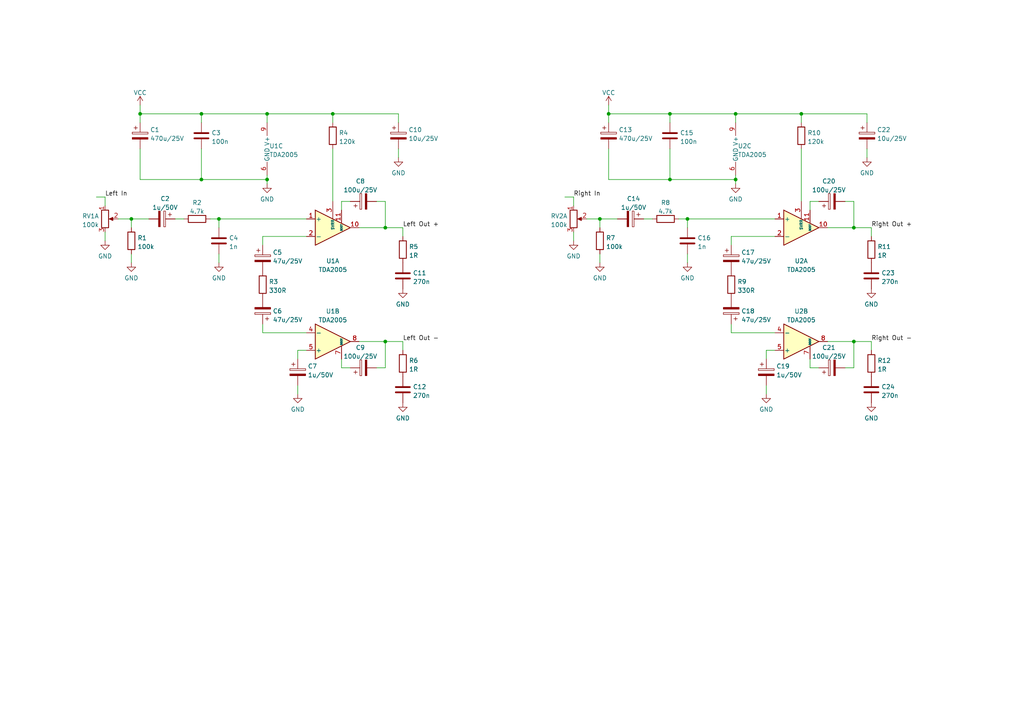
<source format=kicad_sch>
(kicad_sch (version 20231120) (generator "eeschema") (generator_version "8.0")
  (paper "A4")
  (lib_symbols
    (symbol "Amplifier_Audio:TDA2005" (pin_names (offset 0.127))
      (property "Reference" "U" (at 7.62 6.35 0))
      (property "Value" "TDA2005" (at 7.62 3.81 0))
      (symbol "TDA2005_1_1"
        (polyline (pts (xy -5.08 5.08) (xy 5.08 0) (xy -5.08 -5.08) (xy -5.08 5.08)) (stroke (width 0.254)) (fill (type background)))
        (pin input line (at -7.62 2.54 0) (length 2.54) (name "+") (number "1"))
        (pin output line (at 7.62 0 180) (length 2.54) (name "~") (number "10"))
        (pin passive line (at 2.54 5.08 270) (length 3.81) (name "BOOT") (number "11"))
        (pin input line (at -7.62 -2.54 0) (length 2.54) (name "-") (number "2"))
        (pin passive line (at 0 7.62 270) (length 5.08) (name "SVRR") (number "3"))
      )
      (symbol "TDA2005_2_1"
        (polyline (pts (xy -5.08 5.08) (xy 5.08 0) (xy -5.08 -5.08) (xy -5.08 5.08)) (stroke (width 0.254)) (fill (type background)))
        (pin input line (at -7.62 -2.54 0) (length 2.54) (name "-") (number "4"))
        (pin input line (at -7.62 2.54 0) (length 2.54) (name "+") (number "5"))
        (pin passive line (at 2.54 5.08 270) (length 3.81) (name "BOOT") (number "7"))
        (pin output line (at 7.62 0 180) (length 2.54) (name "~") (number "8"))
      )
      (symbol "TDA2005_3_1"
        (pin power_in line (at -2.54 -7.62 90) (length 3.81) (name "GND") (number "6"))
        (pin power_in line (at -2.54 7.62 270) (length 3.81) (name "V+") (number "9"))
      )
    )
    (symbol "Device:C" (pin_numbers hide) (pin_names (offset 0.254))
      (property "Reference" "C" (at 0.635 2.54 0))
      (property "Value" "C" (at 0.635 -2.54 0))
      (symbol "C_0_1"
        (polyline (pts (xy -2.032 -0.762) (xy 2.032 -0.762)) (stroke (width 0.508)))
        (polyline (pts (xy -2.032 0.762) (xy 2.032 0.762)) (stroke (width 0.508)))
      )
      (symbol "C_1_1"
        (pin passive line (at 0 3.81 270) (length 2.794) (name "~") (number "1"))
        (pin passive line (at 0 -3.81 90) (length 2.794) (name "~") (number "2"))
      )
    )
    (symbol "Device:C_Polarized" (pin_numbers hide) (pin_names (offset 0.254))
      (property "Reference" "C" (at 0.635 2.54 0))
      (property "Value" "C_Polarized" (at 0.635 -2.54 0))
      (symbol "C_Polarized_0_1"
        (rectangle (start -2.286 0.508) (end 2.286 1.016))
        (polyline (pts (xy -1.778 2.286) (xy -0.762 2.286)))
        (polyline (pts (xy -1.27 2.794) (xy -1.27 1.778)))
        (rectangle (start 2.286 -0.508) (end -2.286 -1.016) (fill (type outline)))
      )
      (symbol "C_Polarized_1_1"
        (pin passive line (at 0 3.81 270) (length 2.794) (name "~") (number "1"))
        (pin passive line (at 0 -3.81 90) (length 2.794) (name "~") (number "2"))
      )
    )
    (symbol "Device:R" (pin_numbers hide) (pin_names (offset 0))
      (property "Reference" "R" (at 2.032 0 90))
      (property "Value" "R" (at 0 0 90))
      (symbol "R_0_1"
        (rectangle (start -1.016 -2.54) (end 1.016 2.54) (stroke (width 0.254)))
      )
      (symbol "R_1_1"
        (pin passive line (at 0 3.81 270) (length 1.27) (name "~") (number "1"))
        (pin passive line (at 0 -3.81 90) (length 1.27) (name "~") (number "2"))
      )
    )
    (symbol "Device:R_Potentiometer_Dual_Separate" (pin_names (offset 1.016) hide)
      (property "Reference" "RV" (at -4.445 0 90))
      (property "Value" "R_Potentiometer_Dual_Separate" (at -2.54 0 90))
      (symbol "R_Potentiometer_Dual_Separate_0_1"
        (polyline (pts (xy 2.54 0) (xy 1.524 0)))
        (polyline (pts (xy 1.143 0) (xy 2.286 0.508) (xy 2.286 -0.508) (xy 1.143 0)) (fill (type outline)))
        (rectangle (start 1.016 2.54) (end -1.016 -2.54) (stroke (width 0.254)))
      )
      (symbol "R_Potentiometer_Dual_Separate_1_1"
        (pin passive line (at 0 3.81 270) (length 1.27) (name "1") (number "1"))
        (pin passive line (at 3.81 0 180) (length 1.27) (name "2") (number "2"))
        (pin passive line (at 0 -3.81 90) (length 1.27) (name "3") (number "3"))
      )
      (symbol "R_Potentiometer_Dual_Separate_2_1"
        (pin passive line (at 0 3.81 270) (length 1.27) (name "4") (number "4"))
        (pin passive line (at 3.81 0 180) (length 1.27) (name "5") (number "5"))
        (pin passive line (at 0 -3.81 90) (length 1.27) (name "6") (number "6"))
      )
    )
    (symbol "power:GND" (power) (pin_names (offset 0))
      (property "Value" "GND" (at 0 -3.81 0))
      (symbol "GND_0_1"
        (polyline (pts (xy 0 0) (xy 0 -1.27) (xy 1.27 -1.27) (xy 0 -2.54) (xy -1.27 -1.27) (xy 0 -1.27)))
      )
      (symbol "GND_1_1"
        (pin power_in line (at 0 0 270) (length 0) hide (name "GND") (number "1"))
      )
    )
    (symbol "power:VCC" (power) (pin_names (offset 0))
      (property "Value" "VCC" (at 0 3.81 0))
      (symbol "VCC_0_1"
        (polyline (pts (xy -0.762 1.27) (xy 0 2.54)))
        (polyline (pts (xy 0 0) (xy 0 2.54)))
        (polyline (pts (xy 0 2.54) (xy 0.762 1.27)))
      )
      (symbol "VCC_1_1"
        (pin power_in line (at 0 0 90) (length 0) hide (name "VCC") (number "1"))
      )
    )
  )
  (junction (at 173.99 63.5))
  (junction (at 194.31 52.07))
  (junction (at 213.36 33.02))
  (junction (at 40.64 33.02))
  (junction (at 63.5 63.5))
  (junction (at 176.53 33.02))
  (junction (at 38.1 63.5))
  (junction (at 111.76 66.04))
  (junction (at 213.36 52.07))
  (junction (at 58.42 52.07))
  (junction (at 77.47 33.02))
  (junction (at 199.39 63.5))
  (junction (at 247.65 66.04))
  (junction (at 58.42 33.02))
  (junction (at 247.65 99.06))
  (junction (at 194.31 33.02))
  (junction (at 77.47 52.07))
  (junction (at 96.52 33.02))
  (junction (at 111.76 99.06))
  (junction (at 232.41 33.02))
  (wire (pts (xy 176.53 33.02) (xy 176.53 35.56)))
  (wire (pts (xy 194.31 52.07) (xy 176.53 52.07)))
  (wire (pts (xy 99.06 104.14) (xy 99.06 106.68)))
  (wire (pts (xy 111.76 99.06) (xy 104.14 99.06)))
  (wire (pts (xy 251.46 43.18) (xy 251.46 45.72)))
  (wire (pts (xy 247.65 58.42) (xy 245.11 58.42)))
  (wire (pts (xy 232.41 35.56) (xy 232.41 33.02)))
  (wire (pts (xy 176.53 30.48) (xy 176.53 33.02)))
  (wire (pts (xy 170.18 63.5) (xy 173.99 63.5)))
  (wire (pts (xy 88.9 63.5) (xy 63.5 63.5)))
  (wire (pts (xy 213.36 50.8) (xy 213.36 52.07)))
  (wire (pts (xy 76.2 68.58) (xy 76.2 71.12)))
  (wire (pts (xy 96.52 43.18) (xy 96.52 58.42)))
  (wire (pts (xy 232.41 43.18) (xy 232.41 58.42)))
  (wire (pts (xy 173.99 63.5) (xy 179.07 63.5)))
  (wire (pts (xy 77.47 33.02) (xy 77.47 35.56)))
  (wire (pts (xy 176.53 52.07) (xy 176.53 43.18)))
  (wire (pts (xy 40.64 33.02) (xy 40.64 35.56)))
  (wire (pts (xy 38.1 63.5) (xy 43.18 63.5)))
  (wire (pts (xy 186.69 63.5) (xy 189.23 63.5)))
  (wire (pts (xy 86.36 104.14) (xy 86.36 101.6)))
  (wire (pts (xy 252.73 66.04) (xy 252.73 68.58)))
  (wire (pts (xy 247.65 106.68) (xy 247.65 99.06)))
  (wire (pts (xy 222.25 111.76) (xy 222.25 114.3)))
  (wire (pts (xy 213.36 52.07) (xy 194.31 52.07)))
  (wire (pts (xy 30.48 59.69) (xy 30.48 57.15)))
  (wire (pts (xy 213.36 52.07) (xy 213.36 53.34)))
  (wire (pts (xy 63.5 73.66) (xy 63.5 76.2)))
  (wire (pts (xy 77.47 50.8) (xy 77.47 52.07)))
  (wire (pts (xy 50.8 63.5) (xy 53.34 63.5)))
  (wire (pts (xy 58.42 52.07) (xy 40.64 52.07)))
  (wire (pts (xy 109.22 106.68) (xy 111.76 106.68)))
  (wire (pts (xy 247.65 66.04) (xy 252.73 66.04)))
  (wire (pts (xy 76.2 96.52) (xy 76.2 93.98)))
  (wire (pts (xy 222.25 104.14) (xy 222.25 101.6)))
  (wire (pts (xy 224.79 68.58) (xy 212.09 68.58)))
  (wire (pts (xy 115.57 43.18) (xy 115.57 45.72)))
  (wire (pts (xy 111.76 99.06) (xy 116.84 99.06)))
  (wire (pts (xy 252.73 99.06) (xy 252.73 101.6)))
  (wire (pts (xy 99.06 58.42) (xy 101.6 58.42)))
  (wire (pts (xy 194.31 33.02) (xy 194.31 35.56)))
  (wire (pts (xy 247.65 99.06) (xy 240.03 99.06)))
  (wire (pts (xy 86.36 101.6) (xy 88.9 101.6)))
  (wire (pts (xy 116.84 99.06) (xy 116.84 101.6)))
  (wire (pts (xy 27.94 57.15) (xy 30.48 57.15)))
  (wire (pts (xy 234.95 104.14) (xy 234.95 106.68)))
  (wire (pts (xy 199.39 63.5) (xy 199.39 66.04)))
  (wire (pts (xy 115.57 35.56) (xy 115.57 33.02)))
  (wire (pts (xy 163.83 57.15) (xy 166.37 57.15)))
  (wire (pts (xy 234.95 106.68) (xy 237.49 106.68)))
  (wire (pts (xy 166.37 67.31) (xy 166.37 69.85)))
  (wire (pts (xy 99.06 106.68) (xy 101.6 106.68)))
  (wire (pts (xy 96.52 33.02) (xy 77.47 33.02)))
  (wire (pts (xy 222.25 101.6) (xy 224.79 101.6)))
  (wire (pts (xy 58.42 33.02) (xy 40.64 33.02)))
  (wire (pts (xy 88.9 68.58) (xy 76.2 68.58)))
  (wire (pts (xy 245.11 106.68) (xy 247.65 106.68)))
  (wire (pts (xy 111.76 66.04) (xy 116.84 66.04)))
  (wire (pts (xy 77.47 33.02) (xy 58.42 33.02)))
  (wire (pts (xy 63.5 63.5) (xy 63.5 66.04)))
  (wire (pts (xy 86.36 111.76) (xy 86.36 114.3)))
  (wire (pts (xy 212.09 68.58) (xy 212.09 71.12)))
  (wire (pts (xy 38.1 63.5) (xy 38.1 66.04)))
  (wire (pts (xy 251.46 35.56) (xy 251.46 33.02)))
  (wire (pts (xy 224.79 63.5) (xy 199.39 63.5)))
  (wire (pts (xy 60.96 63.5) (xy 63.5 63.5)))
  (wire (pts (xy 224.79 96.52) (xy 212.09 96.52)))
  (wire (pts (xy 30.48 67.31) (xy 30.48 69.85)))
  (wire (pts (xy 234.95 58.42) (xy 237.49 58.42)))
  (wire (pts (xy 77.47 52.07) (xy 58.42 52.07)))
  (wire (pts (xy 40.64 30.48) (xy 40.64 33.02)))
  (wire (pts (xy 38.1 73.66) (xy 38.1 76.2)))
  (wire (pts (xy 77.47 52.07) (xy 77.47 53.34)))
  (wire (pts (xy 194.31 33.02) (xy 176.53 33.02)))
  (wire (pts (xy 34.29 63.5) (xy 38.1 63.5)))
  (wire (pts (xy 96.52 35.56) (xy 96.52 33.02)))
  (wire (pts (xy 199.39 73.66) (xy 199.39 76.2)))
  (wire (pts (xy 115.57 33.02) (xy 96.52 33.02)))
  (wire (pts (xy 111.76 66.04) (xy 111.76 58.42)))
  (wire (pts (xy 247.65 66.04) (xy 247.65 58.42)))
  (wire (pts (xy 234.95 60.96) (xy 234.95 58.42)))
  (wire (pts (xy 232.41 33.02) (xy 213.36 33.02)))
  (wire (pts (xy 99.06 60.96) (xy 99.06 58.42)))
  (wire (pts (xy 251.46 33.02) (xy 232.41 33.02)))
  (wire (pts (xy 166.37 59.69) (xy 166.37 57.15)))
  (wire (pts (xy 116.84 66.04) (xy 116.84 68.58)))
  (wire (pts (xy 196.85 63.5) (xy 199.39 63.5)))
  (wire (pts (xy 58.42 52.07) (xy 58.42 43.18)))
  (wire (pts (xy 173.99 63.5) (xy 173.99 66.04)))
  (wire (pts (xy 213.36 33.02) (xy 213.36 35.56)))
  (wire (pts (xy 58.42 33.02) (xy 58.42 35.56)))
  (wire (pts (xy 111.76 58.42) (xy 109.22 58.42)))
  (wire (pts (xy 247.65 99.06) (xy 252.73 99.06)))
  (wire (pts (xy 104.14 66.04) (xy 111.76 66.04)))
  (wire (pts (xy 240.03 66.04) (xy 247.65 66.04)))
  (wire (pts (xy 194.31 52.07) (xy 194.31 43.18)))
  (wire (pts (xy 213.36 33.02) (xy 194.31 33.02)))
  (wire (pts (xy 111.76 106.68) (xy 111.76 99.06)))
  (wire (pts (xy 40.64 52.07) (xy 40.64 43.18)))
  (wire (pts (xy 173.99 73.66) (xy 173.99 76.2)))
  (wire (pts (xy 88.9 96.52) (xy 76.2 96.52)))
  (wire (pts (xy 212.09 96.52) (xy 212.09 93.98)))
  (label "Right In" (at 166.37 57.15 0))
  (label "Left In" (at 30.48 57.15 0))
  (label "Right Out -" (at 252.73 99.06 0))
  (label "Left Out -" (at 116.84 99.06 0))
  (label "Left Out +" (at 116.84 66.04 0))
  (label "Right Out +" (at 252.73 66.04 0))
  (symbol (lib_id "power:GND") (at 251.46 45.72 0) (unit 1)
    (property "Reference" "#PWR0115" (effects (hide yes)))
    (property "Value" "GND" (at 251.46 50.1634 0))
  )
  (symbol (lib_id "Device:C_Polarized") (at 251.46 39.37 0) (unit 1)
    (property "Reference" "C22" (at 254.381 37.6463 0) (effects (justify left)))
    (property "Value" "10u{slash}25V" (at 254.381 40.1832 0) (effects (justify left)))
    (property "Footprint" "My_Misc:CP_Radial_D5.0mm_P2.00mm_larger" (effects (hide yes)))
  )
  (symbol (lib_id "power:GND") (at 38.1 76.2 0) (unit 1)
    (property "Reference" "#PWR0102" (effects (hide yes)))
    (property "Value" "GND" (at 38.1 80.6434 0))
  )
  (symbol (lib_id "Device:C") (at 194.31 39.37 0) (unit 1)
    (property "Reference" "C15" (at 197.231 38.5353 0) (effects (justify left)))
    (property "Value" "100n" (at 197.231 41.0722 0) (effects (justify left)))
    (property "Footprint" "My_Misc:C_Rect_L7.2mm_W2.5mm_P5.00mm_FKS2_FKP2_MKS2_MKP2 large" (effects (hide yes)))
  )
  (symbol (lib_id "Device:C") (at 252.73 113.03 0) (unit 1)
    (property "Reference" "C24" (at 255.651 112.1953 0) (effects (justify left)))
    (property "Value" "270n" (at 255.651 114.7322 0) (effects (justify left)))
    (property "Footprint" "My_Misc:C_Rect_L7.2mm_W3.5mm_P5.00mm_FKS2_FKP2_MKS2_MKP2 large" (effects (hide yes)))
  )
  (symbol (lib_id "Device:C_Polarized") (at 115.57 39.37 0) (unit 1)
    (property "Reference" "C10" (at 118.491 37.6463 0) (effects (justify left)))
    (property "Value" "10u{slash}25V" (at 118.491 40.1832 0) (effects (justify left)))
    (property "Footprint" "My_Misc:CP_Radial_D5.0mm_P2.00mm_larger" (effects (hide yes)))
  )
  (symbol (lib_id "power:GND") (at 116.84 83.82 0) (unit 1)
    (property "Reference" "#PWR0108" (effects (hide yes)))
    (property "Value" "GND" (at 116.84 88.2634 0))
  )
  (symbol (lib_id "Device:R") (at 173.99 69.85 0) (unit 1)
    (property "Reference" "R7" (at 175.768 69.0153 0) (effects (justify left)))
    (property "Value" "100k" (at 175.768 71.5522 0) (effects (justify left)))
    (property "Footprint" "My_Misc:R_Axial_DIN0207_L6.3mm_D2.5mm_P10.16mm_Horizontal_larger_pads" (effects (hide yes)))
  )
  (symbol (lib_id "power:GND") (at 77.47 53.34 0) (unit 1)
    (property "Reference" "#PWR0110" (effects (hide yes)))
    (property "Value" "GND" (at 77.47 57.7834 0))
  )
  (symbol (lib_id "power:GND") (at 115.57 45.72 0) (unit 1)
    (property "Reference" "#PWR0112" (effects (hide yes)))
    (property "Value" "GND" (at 115.57 50.1634 0))
  )
  (symbol (lib_id "Device:R") (at 252.73 72.39 0) (unit 1)
    (property "Reference" "R11" (at 254.508 71.5553 0) (effects (justify left)))
    (property "Value" "1R" (at 254.508 74.0922 0) (effects (justify left)))
    (property "Footprint" "My_Misc:R_Axial_DIN0207_L6.3mm_D2.5mm_P10.16mm_Horizontal_larger_pads" (effects (hide yes)))
  )
  (symbol (lib_id "power:GND") (at 63.5 76.2 0) (unit 1)
    (property "Reference" "#PWR0103" (effects (hide yes)))
    (property "Value" "GND" (at 63.5 80.6434 0))
  )
  (symbol (lib_id "power:GND") (at 86.36 114.3 0) (unit 1)
    (property "Reference" "#PWR0104" (effects (hide yes)))
    (property "Value" "GND" (at 86.36 118.7434 0))
  )
  (symbol (lib_id "Device:C_Polarized") (at 212.09 90.17 180) (unit 1)
    (property "Reference" "C18" (at 215.011 90.2243 0) (effects (justify right)))
    (property "Value" "47u{slash}25V" (at 215.011 92.7612 0) (effects (justify right)))
    (property "Footprint" "My_Misc:CP_Radial_D5.0mm_P2.00mm_larger" (effects (hide yes)))
  )
  (symbol (lib_id "Device:R") (at 116.84 72.39 0) (unit 1)
    (property "Reference" "R5" (at 118.618 71.5553 0) (effects (justify left)))
    (property "Value" "1R" (at 118.618 74.0922 0) (effects (justify left)))
    (property "Footprint" "My_Misc:R_Axial_DIN0207_L6.3mm_D2.5mm_P10.16mm_Horizontal_larger_pads" (effects (hide yes)))
  )
  (symbol (lib_id "Device:C") (at 116.84 113.03 0) (unit 1)
    (property "Reference" "C12" (at 119.761 112.1953 0) (effects (justify left)))
    (property "Value" "270n" (at 119.761 114.7322 0) (effects (justify left)))
    (property "Footprint" "My_Misc:C_Rect_L7.2mm_W3.5mm_P5.00mm_FKS2_FKP2_MKS2_MKP2 large" (effects (hide yes)))
  )
  (symbol (lib_id "Device:C_Polarized") (at 222.25 107.95 0) (unit 1)
    (property "Reference" "C19" (at 225.171 106.2263 0) (effects (justify left)))
    (property "Value" "1u{slash}50V" (at 225.171 108.7632 0) (effects (justify left)))
    (property "Footprint" "My_Misc:CP_Radial_D5.0mm_P2.00mm_larger" (effects (hide yes)))
  )
  (symbol (lib_id "Amplifier_Audio:TDA2005") (at 232.41 66.04 0) (unit 1)
    (property "Reference" "U2" (at 232.41 75.6904 0))
    (property "Value" "TDA2005" (at 232.41 78.2273 0))
    (property "Footprint" "My_Misc:TO-220-11_P3.4x5.08mm_StaggerOdd_Lead4.85mm_Vertical_large" (effects (hide yes)))
    (property "Datasheet" "http://www.st.com/resource/en/datasheet/cd00000124.pdf" (effects (hide yes)))
  )
  (symbol (lib_id "Device:R") (at 96.52 39.37 0) (unit 1)
    (property "Reference" "R4" (at 98.298 38.5353 0) (effects (justify left)))
    (property "Value" "120k" (at 98.298 41.0722 0) (effects (justify left)))
    (property "Footprint" "My_Misc:R_Axial_DIN0207_L6.3mm_D2.5mm_P10.16mm_Horizontal_larger_pads" (effects (hide yes)))
  )
  (symbol (lib_id "Device:C_Polarized") (at 241.3 106.68 90) (unit 1)
    (property "Reference" "C21" (at 240.411 100.8212 90))
    (property "Value" "100u{slash}25V" (at 240.411 103.3581 90))
    (property "Footprint" "My_Misc:CP_Radial_D6.3mm_P2.50mm_large" (effects (hide yes)))
  )
  (symbol (lib_id "Device:C_Polarized") (at 76.2 90.17 180) (unit 1)
    (property "Reference" "C6" (at 79.121 90.2243 0) (effects (justify right)))
    (property "Value" "47u{slash}25V" (at 79.121 92.7612 0) (effects (justify right)))
    (property "Footprint" "My_Misc:CP_Radial_D5.0mm_P2.00mm_larger" (effects (hide yes)))
  )
  (symbol (lib_id "Device:C_Polarized") (at 105.41 106.68 90) (unit 1)
    (property "Reference" "C9" (at 104.521 100.8212 90))
    (property "Value" "100u{slash}25V" (at 104.521 103.3581 90))
    (property "Footprint" "My_Misc:CP_Radial_D6.3mm_P2.50mm_large" (effects (hide yes)))
  )
  (symbol (lib_id "Device:C") (at 58.42 39.37 0) (unit 1)
    (property "Reference" "C3" (at 61.341 38.5353 0) (effects (justify left)))
    (property "Value" "100n" (at 61.341 41.0722 0) (effects (justify left)))
    (property "Footprint" "My_Misc:C_Rect_L7.2mm_W2.5mm_P5.00mm_FKS2_FKP2_MKS2_MKP2 large" (effects (hide yes)))
  )
  (symbol (lib_id "Device:C") (at 199.39 69.85 0) (unit 1)
    (property "Reference" "C16" (at 202.311 69.0153 0) (effects (justify left)))
    (property "Value" "1n" (at 202.311 71.5522 0) (effects (justify left)))
    (property "Footprint" "My_Misc:C_Rect_L7.2mm_W2.5mm_P5.00mm_FKS2_FKP2_MKS2_MKP2 large" (effects (hide yes)))
  )
  (symbol (lib_id "power:GND") (at 252.73 116.84 0) (unit 1)
    (property "Reference" "#PWR0116" (effects (hide yes)))
    (property "Value" "GND" (at 252.73 121.2834 0))
  )
  (symbol (lib_id "Amplifier_Audio:TDA2005") (at 80.01 43.18 0) (unit 3)
    (property "Reference" "U1" (at 78.105 42.3453 0) (effects (justify left)))
    (property "Value" "TDA2005" (at 78.105 44.8822 0) (effects (justify left)))
    (property "Footprint" "My_Misc:TO-220-11_P3.4x5.08mm_StaggerOdd_Lead4.85mm_Vertical_large" (effects (hide yes)))
    (property "Datasheet" "http://www.st.com/resource/en/datasheet/cd00000124.pdf" (effects (hide yes)))
  )
  (symbol (lib_id "Device:R") (at 212.09 82.55 0) (unit 1)
    (property "Reference" "R9" (at 213.868 81.7153 0) (effects (justify left)))
    (property "Value" "330R" (at 213.868 84.2522 0) (effects (justify left)))
    (property "Footprint" "My_Misc:R_Axial_DIN0207_L6.3mm_D2.5mm_P10.16mm_Horizontal_larger_pads" (effects (hide yes)))
  )
  (symbol (lib_id "Device:C") (at 63.5 69.85 0) (unit 1)
    (property "Reference" "C4" (at 66.421 69.0153 0) (effects (justify left)))
    (property "Value" "1n" (at 66.421 71.5522 0) (effects (justify left)))
    (property "Footprint" "My_Misc:C_Rect_L7.2mm_W2.5mm_P5.00mm_FKS2_FKP2_MKS2_MKP2 large" (effects (hide yes)))
  )
  (symbol (lib_id "Device:R") (at 232.41 39.37 0) (unit 1)
    (property "Reference" "R10" (at 234.188 38.5353 0) (effects (justify left)))
    (property "Value" "120k" (at 234.188 41.0722 0) (effects (justify left)))
    (property "Footprint" "My_Misc:R_Axial_DIN0207_L6.3mm_D2.5mm_P10.16mm_Horizontal_larger_pads" (effects (hide yes)))
  )
  (symbol (lib_id "power:VCC") (at 176.53 30.48 0) (unit 1)
    (property "Reference" "#PWR0109" (effects (hide yes)))
    (property "Value" "VCC" (at 176.53 26.9042 0))
  )
  (symbol (lib_id "Device:R_Potentiometer_Dual_Separate") (at 30.48 63.5 0) (unit 1)
    (property "Reference" "RV1" (at 28.702 62.6653 0) (effects (justify right)))
    (property "Value" "100k" (at 28.702 65.2022 0) (effects (justify right)))
    (property "Footprint" "My_Headers:3-pin JST Potentiometer" (effects (hide yes)))
  )
  (symbol (lib_id "Device:R_Potentiometer_Dual_Separate") (at 166.37 63.5 0) (unit 1)
    (property "Reference" "RV2" (at 164.592 62.6653 0) (effects (justify right)))
    (property "Value" "100k" (at 164.592 65.2022 0) (effects (justify right)))
    (property "Footprint" "My_Headers:3-pin JST Potentiometer" (effects (hide yes)))
  )
  (symbol (lib_id "Device:R") (at 38.1 69.85 0) (unit 1)
    (property "Reference" "R1" (at 39.878 69.0153 0) (effects (justify left)))
    (property "Value" "100k" (at 39.878 71.5522 0) (effects (justify left)))
    (property "Footprint" "My_Misc:R_Axial_DIN0207_L6.3mm_D2.5mm_P10.16mm_Horizontal_larger_pads" (effects (hide yes)))
  )
  (symbol (lib_id "power:GND") (at 116.84 116.84 0) (unit 1)
    (property "Reference" "#PWR0105" (effects (hide yes)))
    (property "Value" "GND" (at 116.84 121.2834 0))
  )
  (symbol (lib_id "Device:R") (at 252.73 105.41 0) (unit 1)
    (property "Reference" "R12" (at 254.508 104.5753 0) (effects (justify left)))
    (property "Value" "1R" (at 254.508 107.1122 0) (effects (justify left)))
    (property "Footprint" "My_Misc:R_Axial_DIN0207_L6.3mm_D2.5mm_P10.16mm_Horizontal_larger_pads" (effects (hide yes)))
  )
  (symbol (lib_id "Device:C_Polarized") (at 212.09 74.93 0) (unit 1)
    (property "Reference" "C17" (at 215.011 73.2063 0) (effects (justify left)))
    (property "Value" "47u{slash}25V" (at 215.011 75.7432 0) (effects (justify left)))
    (property "Footprint" "My_Misc:CP_Radial_D5.0mm_P2.00mm_larger" (effects (hide yes)))
  )
  (symbol (lib_id "Device:C_Polarized") (at 86.36 107.95 0) (unit 1)
    (property "Reference" "C7" (at 89.281 106.2263 0) (effects (justify left)))
    (property "Value" "1u{slash}50V" (at 89.281 108.7632 0) (effects (justify left)))
    (property "Footprint" "My_Misc:CP_Radial_D5.0mm_P2.00mm_larger" (effects (hide yes)))
  )
  (symbol (lib_id "power:GND") (at 222.25 114.3 0) (unit 1)
    (property "Reference" "#PWR0118" (effects (hide yes)))
    (property "Value" "GND" (at 222.25 118.7434 0))
  )
  (symbol (lib_id "Device:C_Polarized") (at 76.2 74.93 0) (unit 1)
    (property "Reference" "C5" (at 79.121 73.2063 0) (effects (justify left)))
    (property "Value" "47u{slash}25V" (at 79.121 75.7432 0) (effects (justify left)))
    (property "Footprint" "My_Misc:CP_Radial_D5.0mm_P2.00mm_larger" (effects (hide yes)))
  )
  (symbol (lib_id "power:GND") (at 213.36 53.34 0) (unit 1)
    (property "Reference" "#PWR0113" (effects (hide yes)))
    (property "Value" "GND" (at 213.36 57.7834 0))
  )
  (symbol (lib_id "Amplifier_Audio:TDA2005") (at 232.41 99.06 0) (mirror x) (unit 2)
    (property "Reference" "U2" (at 232.41 90.2802 0))
    (property "Value" "TDA2005" (at 232.41 92.8171 0))
    (property "Footprint" "My_Misc:TO-220-11_P3.4x5.08mm_StaggerOdd_Lead4.85mm_Vertical_large" (effects (hide yes)))
    (property "Datasheet" "http://www.st.com/resource/en/datasheet/cd00000124.pdf" (effects (hide yes)))
  )
  (symbol (lib_id "Device:C") (at 252.73 80.01 0) (unit 1)
    (property "Reference" "C23" (at 255.651 79.1753 0) (effects (justify left)))
    (property "Value" "270n" (at 255.651 81.7122 0) (effects (justify left)))
    (property "Footprint" "My_Misc:C_Rect_L7.2mm_W3.5mm_P5.00mm_FKS2_FKP2_MKS2_MKP2 large" (effects (hide yes)))
  )
  (symbol (lib_id "power:GND") (at 166.37 69.85 0) (unit 1)
    (property "Reference" "#PWR0107" (effects (hide yes)))
    (property "Value" "GND" (at 166.37 74.2934 0))
  )
  (symbol (lib_id "Device:R") (at 57.15 63.5 90) (unit 1)
    (property "Reference" "R2" (at 57.15 58.7842 90))
    (property "Value" "4.7k" (at 57.15 61.3211 90))
    (property "Footprint" "My_Misc:R_Axial_DIN0207_L6.3mm_D2.5mm_P10.16mm_Horizontal_larger_pads" (effects (hide yes)))
  )
  (symbol (lib_id "power:GND") (at 30.48 69.85 0) (unit 1)
    (property "Reference" "#PWR0101" (effects (hide yes)))
    (property "Value" "GND" (at 30.48 74.2934 0))
  )
  (symbol (lib_id "Amplifier_Audio:TDA2005") (at 96.52 99.06 0) (mirror x) (unit 2)
    (property "Reference" "U1" (at 96.52 90.2802 0))
    (property "Value" "TDA2005" (at 96.52 92.8171 0))
    (property "Footprint" "My_Misc:TO-220-11_P3.4x5.08mm_StaggerOdd_Lead4.85mm_Vertical_large" (effects (hide yes)))
    (property "Datasheet" "http://www.st.com/resource/en/datasheet/cd00000124.pdf" (effects (hide yes)))
  )
  (symbol (lib_id "Device:C_Polarized") (at 40.64 39.37 0) (unit 1)
    (property "Reference" "C1" (at 43.561 37.6463 0) (effects (justify left)))
    (property "Value" "470u{slash}25V" (at 43.561 40.1832 0) (effects (justify left)))
    (property "Footprint" "My_Misc:CP_Radial_D10.0mm_P5.00mm_larger" (effects (hide yes)))
  )
  (symbol (lib_id "Amplifier_Audio:TDA2005") (at 96.52 66.04 0) (unit 1)
    (property "Reference" "U1" (at 96.52 75.6904 0))
    (property "Value" "TDA2005" (at 96.52 78.2273 0))
    (property "Footprint" "My_Misc:TO-220-11_P3.4x5.08mm_StaggerOdd_Lead4.85mm_Vertical_large" (effects (hide yes)))
    (property "Datasheet" "http://www.st.com/resource/en/datasheet/cd00000124.pdf" (effects (hide yes)))
  )
  (symbol (lib_id "Amplifier_Audio:TDA2005") (at 215.9 43.18 0) (unit 3)
    (property "Reference" "U2" (at 213.995 42.3453 0) (effects (justify left)))
    (property "Value" "TDA2005" (at 213.995 44.8822 0) (effects (justify left)))
    (property "Footprint" "My_Misc:TO-220-11_P3.4x5.08mm_StaggerOdd_Lead4.85mm_Vertical_large" (effects (hide yes)))
    (property "Datasheet" "http://www.st.com/resource/en/datasheet/cd00000124.pdf" (effects (hide yes)))
  )
  (symbol (lib_id "Device:C_Polarized") (at 105.41 58.42 90) (unit 1)
    (property "Reference" "C8" (at 104.521 52.5612 90))
    (property "Value" "100u{slash}25V" (at 104.521 55.0981 90))
    (property "Footprint" "My_Misc:CP_Radial_D6.3mm_P2.50mm_large" (effects (hide yes)))
  )
  (symbol (lib_id "power:GND") (at 252.73 83.82 0) (unit 1)
    (property "Reference" "#PWR0117" (effects (hide yes)))
    (property "Value" "GND" (at 252.73 88.2634 0))
  )
  (symbol (lib_id "Device:C_Polarized") (at 241.3 58.42 90) (unit 1)
    (property "Reference" "C20" (at 240.411 52.5612 90))
    (property "Value" "100u{slash}25V" (at 240.411 55.0981 90))
    (property "Footprint" "My_Misc:CP_Radial_D6.3mm_P2.50mm_large" (effects (hide yes)))
  )
  (symbol (lib_id "Device:C_Polarized") (at 176.53 39.37 0) (unit 1)
    (property "Reference" "C13" (at 179.451 37.6463 0) (effects (justify left)))
    (property "Value" "470u{slash}25V" (at 179.451 40.1832 0) (effects (justify left)))
    (property "Footprint" "My_Misc:CP_Radial_D10.0mm_P5.00mm_larger" (effects (hide yes)))
  )
  (symbol (lib_id "Device:R") (at 193.04 63.5 90) (unit 1)
    (property "Reference" "R8" (at 193.04 58.7842 90))
    (property "Value" "4.7k" (at 193.04 61.3211 90))
    (property "Footprint" "My_Misc:R_Axial_DIN0207_L6.3mm_D2.5mm_P10.16mm_Horizontal_larger_pads" (effects (hide yes)))
  )
  (symbol (lib_id "Device:C_Polarized") (at 46.99 63.5 270) (unit 1)
    (property "Reference" "C2" (at 47.879 57.6412 90))
    (property "Value" "1u{slash}50V" (at 47.879 60.1781 90))
    (property "Footprint" "My_Misc:CP_Radial_D5.0mm_P2.00mm_larger" (effects (hide yes)))
  )
  (symbol (lib_id "power:GND") (at 173.99 76.2 0) (unit 1)
    (property "Reference" "#PWR0106" (effects (hide yes)))
    (property "Value" "GND" (at 173.99 80.6434 0))
  )
  (symbol (lib_id "Device:C") (at 116.84 80.01 0) (unit 1)
    (property "Reference" "C11" (at 119.761 79.1753 0) (effects (justify left)))
    (property "Value" "270n" (at 119.761 81.7122 0) (effects (justify left)))
    (property "Footprint" "My_Misc:C_Rect_L7.2mm_W3.5mm_P5.00mm_FKS2_FKP2_MKS2_MKP2 large" (effects (hide yes)))
  )
  (symbol (lib_id "power:GND") (at 199.39 76.2 0) (unit 1)
    (property "Reference" "#PWR0114" (effects (hide yes)))
    (property "Value" "GND" (at 199.39 80.6434 0))
  )
  (symbol (lib_id "Device:R") (at 116.84 105.41 0) (unit 1)
    (property "Reference" "R6" (at 118.618 104.5753 0) (effects (justify left)))
    (property "Value" "1R" (at 118.618 107.1122 0) (effects (justify left)))
    (property "Footprint" "My_Misc:R_Axial_DIN0207_L6.3mm_D2.5mm_P10.16mm_Horizontal_larger_pads" (effects (hide yes)))
  )
  (symbol (lib_id "Device:C_Polarized") (at 182.88 63.5 270) (unit 1)
    (property "Reference" "C14" (at 183.769 57.6412 90))
    (property "Value" "1u{slash}50V" (at 183.769 60.1781 90))
    (property "Footprint" "My_Misc:CP_Radial_D5.0mm_P2.00mm_larger" (effects (hide yes)))
  )
  (symbol (lib_id "Device:R") (at 76.2 82.55 0) (unit 1)
    (property "Reference" "R3" (at 77.978 81.7153 0) (effects (justify left)))
    (property "Value" "330R" (at 77.978 84.2522 0) (effects (justify left)))
    (property "Footprint" "My_Misc:R_Axial_DIN0207_L6.3mm_D2.5mm_P10.16mm_Horizontal_larger_pads" (effects (hide yes)))
  )
  (symbol (lib_id "power:VCC") (at 40.64 30.48 0) (unit 1)
    (property "Reference" "#PWR0111" (effects (hide yes)))
    (property "Value" "VCC" (at 40.64 26.9042 0))
  )
)
</source>
